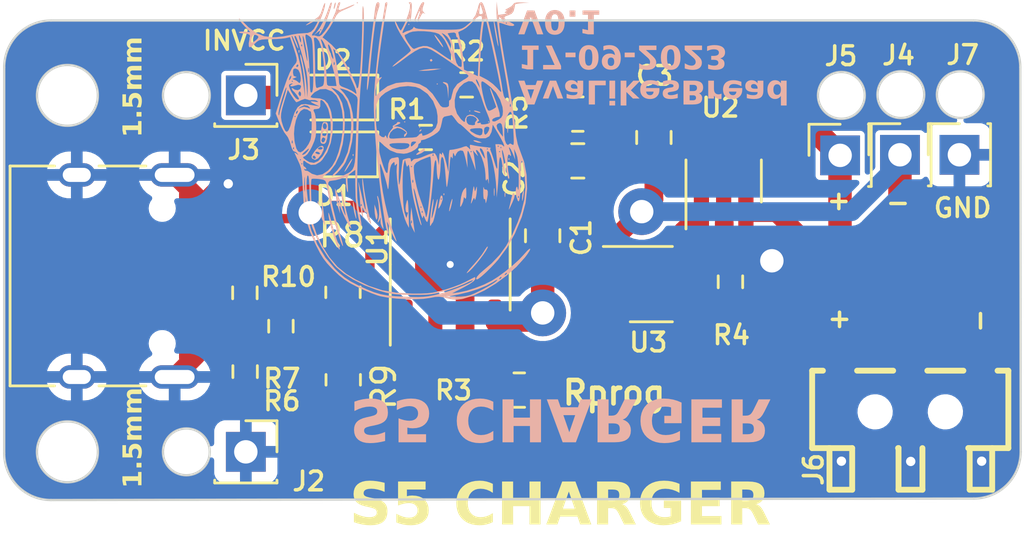
<source format=kicad_pcb>
(kicad_pcb (version 20221018) (generator pcbnew)
  (layers (0 "F.Cu" signal) (31 "B.Cu" signal) (34 "B.Paste" user) (35 "F.Paste" user) (36 "B.SilkS" user "B.Silkscreen") (37 "F.SilkS" user "F.Silkscreen") (38 "B.Mask" user) (39 "F.Mask" user) (44 "Edge.Cuts" user))
  (net 0 "")
  (net 1 "BAT+")
  (net 2 "Net-(U2-VCC)")
  (net 3 "Net-(D1-K)")
  (net 4 "GND")
  (net 5 "VIN")
  (net 6 "Net-(D2-K)")
  (net 7 "Net-(U1-~{CHRG})")
  (net 8 "Net-(U1-~{STDBY})")
  (net 9 "Net-(U1-PROG)")
  (net 10 "BAT-")
  (net 11 "Net-(U2-CS)")
  (net 14 "/G2")
  (net 15 "/G1")
  (net 17 "TEMP")
  (net 18 "Net-(J8-CC2)")
  (net 19 "Net-(J8-CC1)")
  (net 22 "Net-(J8-D+-PadA6)")
  (net 23 "Net-(J8-D--PadA7)")
  (footprint "Resistor_SMD:R_0603_1608Metric_Pad0.98x0.95mm_HandSolder" (layer "F.Cu") (at 168.02 84.17 90)
    (fp_text reference "R4" (at -2.28 0.04 180) (layer "F.SilkS") (effects (font (size 0.8 0.8))))
    (fp_text value "1k" hide)
    (pad "1" smd roundrect (at -0.9125 0 90) (size 0.975 0.95) (layers "F.Cu" "F.Paste" "F.Mask") (net 4 "GND"))
    (pad "2" smd roundrect (at 0.9125 0 90) (size 0.975 0.95) (layers "F.Cu" "F.Paste" "F.Mask") (net 11 "Net-(U2-CS)"))
  )
  (footprint "Connector_PinSocket_2.54mm:PinSocket_1x01_P2.54mm_Vertical" (layer "F.Cu") (at 147.32 76.2)
    (fp_text reference "J3" (at -0.09 2.33 180) (layer "F.SilkS") (effects (font (size 0.8 0.8))))
    (fp_text value "Conn_01x01_Female" hide)
    (pad "1" thru_hole rect (at 0 0) (size 1.7 1.7) (drill 1) (layers "*.Cu" "*.Mask") (net 5 "VIN"))
  )
  (footprint "Resistor_SMD:R_0805_2012Metric_Pad1.20x1.40mm_HandSolder" (layer "F.Cu") (at 161.5 77)
    (fp_text reference "R5" (at -2.58 -0.04 90) (layer "F.SilkS") (effects (font (size 0.8 0.8))))
    (fp_text value "100" hide)
    (pad "1" smd roundrect (at -1 0) (size 1.2 1.4) (layers "F.Cu" "F.Paste" "F.Mask") (roundrect_rratio 0.2083333333) (net 1 "BAT+"))
    (pad "2" smd roundrect (at 1 0) (size 1.2 1.4) (layers "F.Cu" "F.Paste" "F.Mask") (roundrect_rratio 0.2083333333) (net 2 "Net-(U2-VCC)"))
  )
  (footprint "Package_SO:SOIC-8-1EP_3.9x4.9mm_P1.27mm_EP2.29x3mm" (layer "F.Cu") (at 156.05 83.43 90)
    (fp_text reference "U1" (at 0.74 -3.11 90) (layer "F.SilkS") (effects (font (size 0.8 0.8))))
    (fp_text value "TP4056" hide)
    (pad "1" smd roundrect (at -2.475 -1.905 90) (size 1.95 0.6) (layers "F.Cu" "F.Paste" "F.Mask") (net 17 "TEMP"))
    (pad "2" smd roundrect (at -2.475 -0.635 90) (size 1.95 0.6) (layers "F.Cu" "F.Paste" "F.Mask") (net 9 "Net-(U1-PROG)"))
    (pad "3" smd roundrect (at -2.475 0.635 90) (size 1.95 0.6) (layers "F.Cu" "F.Paste" "F.Mask") (net 4 "GND"))
    (pad "4" smd roundrect (at -2.475 1.905 90) (size 1.95 0.6) (layers "F.Cu" "F.Paste" "F.Mask") (net 5 "VIN"))
    (pad "5" smd roundrect (at 2.475 1.905 90) (size 1.95 0.6) (layers "F.Cu" "F.Paste" "F.Mask") (net 1 "BAT+"))
    (pad "6" smd roundrect (at 2.475 0.635 90) (size 1.95 0.6) (layers "F.Cu" "F.Paste" "F.Mask") (net 8 "Net-(U1-~{STDBY})"))
    (pad "7" smd roundrect (at 2.475 -0.635 90) (size 1.95 0.6) (layers "F.Cu" "F.Paste" "F.Mask") (net 7 "Net-(U1-~{CHRG})"))
    (pad "8" smd roundrect (at 2.475 -1.905 90) (size 1.95 0.6) (layers "F.Cu" "F.Paste" "F.Mask") (net 5 "VIN"))
    (pad "9" smd rect (at 0 0 90) (size 2.29 3) (layers "F.Cu" "F.Mask") (net 4 "GND"))
  )
  (footprint "Resistor_SMD:R_0603_1608Metric_Pad0.98x0.95mm_HandSolder" (layer "F.Cu") (at 156.75 75.75)
    (fp_text reference "R2" (at 0 -1.43) (layer "F.SilkS") (effects (font (size 0.8 0.8))))
    (fp_text value "1k" hide)
    (pad "1" smd roundrect (at -0.9125 0) (size 0.975 0.95) (layers "F.Cu" "F.Paste" "F.Mask") (net 6 "Net-(D2-K)"))
    (pad "2" smd roundrect (at 0.9125 0) (size 0.975 0.95) (layers "F.Cu" "F.Paste" "F.Mask") (net 8 "Net-(U1-~{STDBY})"))
  )
  (footprint "Connector_PinSocket_2.54mm:PinSocket_1x01_P2.54mm_Vertical" (layer "F.Cu") (at 177.8 78.74 90)
    (fp_text reference "J7" (at 4.27 0.14 180) (layer "F.SilkS") (effects (font (size 0.8 0.8))))
    (fp_text value "Conn_01x01_Female" hide)
    (pad "1" thru_hole rect (at 0 0 90) (size 1.7 1.7) (drill 1) (layers "*.Cu" "*.Mask") (net 4 "GND"))
  )
  (footprint "Capacitor_SMD:C_0805_2012Metric_Pad1.18x1.45mm_HandSolder" (layer "F.Cu") (at 161.5 79)
    (fp_text reference "C2" (at -2.7125 0.755 90) (layer "F.SilkS") (effects (font (size 0.8 0.8))))
    (fp_text value "10uF" hide)
    (pad "1" smd roundrect (at -1.0375 0) (size 1.175 1.45) (layers "F.Cu" "F.Paste" "F.Mask") (roundrect_rratio 0.2127659574) (net 1 "BAT+"))
    (pad "2" smd roundrect (at 1.0375 0) (size 1.175 1.45) (layers "F.Cu" "F.Paste" "F.Mask") (roundrect_rratio 0.2127659574) (net 4 "GND"))
  )
  (footprint "Resistor_SMD:R_0603_1608Metric_Pad0.98x0.95mm_HandSolder" (layer "F.Cu") (at 148.82 86.0675 -90)
    (fp_text reference "R7" (at 2.24 -0.04 -180) (layer "F.SilkS") (effects (font (size 0.8 0.8))))
    (fp_text value "5.1k" hide)
    (pad "1" smd roundrect (at -0.9125 0 270) (size 0.975 0.95) (layers "F.Cu" "F.Paste" "F.Mask") (net 19 "Net-(J8-CC1)"))
    (pad "2" smd roundrect (at 0.9125 0 270) (size 0.975 0.95) (layers "F.Cu" "F.Paste" "F.Mask") (net 4 "GND"))
  )
  (footprint "LED_SMD:LED_0805_2012Metric_Pad1.15x1.40mm_HandSolder" (layer "F.Cu") (at 151.0975 76.29 180)
    (fp_text reference "D2" (at 0.05 1.6) (layer "F.SilkS") (effects (font (size 0.8 0.8))))
    (fp_text value "GREEN" hide)
    (pad "1" smd roundrect (at -1.025 0 180) (size 1.15 1.4) (layers "F.Cu" "F.Paste" "F.Mask") (roundrect_rratio 0.2173913043) (net 6 "Net-(D2-K)"))
    (pad "2" smd roundrect (at 1.025 0 180) (size 1.15 1.4) (layers "F.Cu" "F.Paste" "F.Mask") (roundrect_rratio 0.2173913043) (net 5 "VIN"))
  )
  (footprint "Resistor_SMD:R_0603_1608Metric_Pad0.98x0.95mm_HandSolder" (layer "F.Cu") (at 147.29 88.01 -90)
    (fp_text reference "R6" (at 1.2625 -1.57 -180) (layer "F.SilkS") (effects (font (size 0.8 0.8))))
    (fp_text value "5.1k" hide)
    (pad "1" smd roundrect (at -0.9125 0 270) (size 0.975 0.95) (layers "F.Cu" "F.Paste" "F.Mask") (net 18 "Net-(J8-CC2)"))
    (pad "2" smd roundrect (at 0.9125 0 270) (size 0.975 0.95) (layers "F.Cu" "F.Paste" "F.Mask") (net 4 "GND"))
  )
  (footprint "Capacitor_SMD:C_0805_2012Metric_Pad1.18x1.45mm_HandSolder" (layer "F.Cu") (at 160 82.2 90)
    (fp_text reference "C1" (at -0.08 1.65 90) (layer "F.SilkS") (effects (font (size 0.8 0.8))))
    (fp_text value "0.1uF" hide)
    (pad "1" smd roundrect (at -1.0375 0 90) (size 1.175 1.45) (layers "F.Cu" "F.Paste" "F.Mask") (roundrect_rratio 0.2127659574) (net 5 "VIN"))
    (pad "2" smd roundrect (at 1.0375 0 90) (size 1.175 1.45) (layers "F.Cu" "F.Paste" "F.Mask") (roundrect_rratio 0.2127659574) (net 4 "GND"))
  )
  (footprint "Resistor_SMD:R_0603_1608Metric_Pad0.98x0.95mm_HandSolder" (layer "F.Cu") (at 155 78)
    (fp_text reference "R1" (at -0.8 -1.2) (layer "F.SilkS") (effects (font (size 0.8 0.8))))
    (fp_text value "1k" hide)
    (pad "1" smd roundrect (at -0.9125 0) (size 0.975 0.95) (layers "F.Cu" "F.Paste" "F.Mask") (net 3 "Net-(D1-K)"))
    (pad "2" smd roundrect (at 0.9125 0) (size 0.975 0.95) (layers "F.Cu" "F.Paste" "F.Mask") (net 7 "Net-(U1-~{CHRG})"))
  )
  (footprint "Connector_USB:USB_C_Receptacle_HRO_TYPE-C-31-M-12" (layer "F.Cu") (at 141.15 83.92 -90)
    (fp_text reference "J8" hide)
    (fp_text value "USB_C_Receptacle_USB2.0" hide)
    (pad "" np_thru_hole circle (at -2.89 -2.6 270) (size 0.65 0.65) (drill 0.65) (layers "*.Cu" "*.Mask"))
    (pad "" np_thru_hole circle (at 2.89 -2.6 270) (size 0.65 0.65) (drill 0.65) (layers "*.Cu" "*.Mask"))
    (pad "A1" smd rect (at -3.25 -4.045 270) (size 0.6 1.45) (layers "F.Cu" "F.Paste" "F.Mask") (net 4 "GND"))
    (pad "A4" smd rect (at -2.45 -4.045 270) (size 0.6 1.45) (layers "F.Cu" "F.Paste" "F.Mask") (net 5 "VIN"))
    (pad "A5" smd rect (at -1.25 -4.045 270) (size 0.3 1.45) (layers "F.Cu" "F.Paste" "F.Mask") (net 19 "Net-(J8-CC1)"))
    (pad "A6" smd rect (at -0.25 -4.045 270) (size 0.3 1.45) (layers "F.Cu" "F.Paste" "F.Mask") (net 22 "Net-(J8-D+-PadA6)"))
    (pad "A7" smd rect (at 0.25 -4.045 270) (size 0.3 1.45) (layers "F.Cu" "F.Paste" "F.Mask") (net 23 "Net-(J8-D--PadA7)"))
    (pad "A8" smd rect (at 1.25 -4.045 270) (size 0.3 1.45) (layers "F.Cu" "F.Paste" "F.Mask"))
    (pad "A9" smd rect (at 2.45 -4.045 270) (size 0.6 1.45) (layers "F.Cu" "F.Paste" "F.Mask") (net 5 "VIN"))
    (pad "A12" smd rect (at 3.25 -4.045 270) (size 0.6 1.45) (layers "F.Cu" "F.Paste" "F.Mask") (net 4 "GND"))
    (pad "B1" smd rect (at 3.25 -4.045 270) (size 0.6 1.45) (layers "F.Cu" "F.Paste" "F.Mask") (net 4 "GND"))
    (pad "B4" smd rect (at 2.45 -4.045 270) (size 0.6 1.45) (layers "F.Cu" "F.Paste" "F.Mask") (net 5 "VIN"))
    (pad "B5" smd rect (at 1.75 -4.045 270) (size 0.3 1.45) (layers "F.Cu" "F.Paste" "F.Mask") (net 18 "Net-(J8-CC2)"))
    (pad "B6" smd rect (at 0.75 -4.045 270) (size 0.3 1.45) (layers "F.Cu" "F.Paste" "F.Mask") (net 22 "Net-(J8-D+-PadA6)"))
    (pad "B7" smd rect (at -0.75 -4.045 270) (size 0.3 1.45) (layers "F.Cu" "F.Paste" "F.Mask") (net 23 "Net-(J8-D--PadA7)"))
    (pad "B8" smd rect (at -1.75 -4.045 270) (size 0.3 1.45) (layers "F.Cu" "F.Paste" "F.Mask"))
    (pad "B9" smd rect (at -2.45 -4.045 270) (size 0.6 1.45) (layers "F.Cu" "F.Paste" "F.Mask") (net 5 "VIN"))
    (pad "B12" smd rect (at -3.25 -4.045 270) (size 0.6 1.45) (layers "F.Cu" "F.Paste" "F.Mask") (net 4 "GND"))
    (pad "S1" thru_hole oval (at -4.32 -3.13 270) (size 1 2.1) (drill oval 0.6 1.7) (layers "*.Cu" "*.Mask") (net 4 "GND"))
    (pad "S1" thru_hole oval (at -4.32 1.05 270) (size 1 1.6) (drill oval 0.6 1.2) (layers "*.Cu" "*.Mask") (net 4 "GND"))
    (pad "S1" thru_hole oval (at 4.32 -3.13 270) (size 1 2.1) (drill oval 0.6 1.7) (layers "*.Cu" "*.Mask") (net 4 "GND"))
    (pad "S1" thru_hole oval (at 4.32 1.05 270) (size 1 1.6) (drill oval 0.6 1.2) (layers "*.Cu" "*.Mask") (net 4 "GND"))
  )
  (footprint "Package_TO_SOT_SMD:SOT-23-6_Handsoldering" (layer "F.Cu") (at 164.64 84.27)
    (fp_text reference "U3" (at -0.13 2.49) (layer "F.SilkS") (effects (font (size 0.8 0.8))))
    (fp_text value "FS8205A" hide)
    (pad "1" smd rect (at -1.35 -0.95) (size 1.56 0.65) (layers "F.Cu" "F.Paste" "F.Mask") (net 10 "BAT-"))
    (pad "2" smd rect (at -1.35 0) (size 1.56 0.65) (layers "F.Cu" "F.Paste" "F.Mask"))
    (pad "3" smd rect (at -1.35 0.95) (size 1.56 0.65) (layers "F.Cu" "F.Paste" "F.Mask") (net 4 "GND"))
    (pad "4" smd rect (at 1.35 0.95) (size 1.56 0.65) (layers "F.Cu" "F.Paste" "F.Mask") (net 14 "/G2"))
    (pad "5" smd rect (at 1.35 0) (size 1.56 0.65) (layers "F.Cu" "F.Paste" "F.Mask"))
    (pad "6" smd rect (at 1.35 -0.95) (size 1.56 0.65) (layers "F.Cu" "F.Paste" "F.Mask") (net 15 "/G1"))
  )
  (footprint "Resistor_SMD:R_0603_1608Metric_Pad0.98x0.95mm_HandSolder" (layer "F.Cu") (at 147.28 84.64 90)
    (fp_text reference "R10" (at 0.6825 1.86 180) (layer "F.SilkS") (effects (font (size 0.8 0.8))))
    (fp_text value "1k" hide)
    (pad "1" smd roundrect (at -0.9125 0 90) (size 0.975 0.95) (layers "F.Cu" "F.Paste" "F.Mask") (net 22 "Net-(J8-D+-PadA6)"))
    (pad "2" smd roundrect (at 0.9125 0 90) (size 0.975 0.95) (layers "F.Cu" "F.Paste" "F.Mask") (net 23 "Net-(J8-D--PadA7)"))
  )
  (footprint "Capacitor_SMD:C_0805_2012Metric_Pad1.18x1.45mm_HandSolder" (layer "F.Cu") (at 164.75 78 -90)
    (fp_text reference "C3" (at -2.64 -0.03) (layer "F.SilkS") (effects (font (size 0.8 0.8))))
    (fp_text value "0.1uF" hide)
    (pad "1" smd roundrect (at -1.0375 0 270) (size 1.175 1.45) (layers "F.Cu" "F.Paste" "F.Mask") (roundrect_rratio 0.2127659574) (net 2 "Net-(U2-VCC)"))
    (pad "2" smd roundrect (at 1.0375 0 270) (size 1.175 1.45) (layers "F.Cu" "F.Paste" "F.Mask") (roundrect_rratio 0.2127659574) (net 10 "BAT-"))
  )
  (footprint "Connector_PinSocket_2.54mm:PinSocket_1x01_P2.54mm_Vertical" (layer "F.Cu") (at 175.26 78.74 90)
    (fp_text reference "J4" (at 4.25 -0.06 180) (layer "F.SilkS") (effects (font (size 0.8 0.8))))
    (fp_text value "Conn_01x01_Female" hide)
    (pad "1" thru_hole rect (at 0 0 90) (size 1.7 1.7) (drill 1) (layers "*.Cu" "*.Mask") (net 10 "BAT-"))
  )
  (footprint "Connector_PinSocket_2.54mm:PinSocket_1x01_P2.54mm_Vertical" (layer "F.Cu") (at 147.32 91.44)
    (fp_text reference "J2" (at 2.69 1.26) (layer "F.SilkS") (effects (font (size 0.8 0.8))))
    (fp_text value "Conn_01x01_Female" hide)
    (pad "1" thru_hole rect (at 0 0) (size 1.7 1.7) (drill 1) (layers "*.Cu" "*.Mask") (net 4 "GND"))
  )
  (footprint "Resistor_SMD:R_0805_2012Metric_Pad1.20x1.40mm_HandSolder" (layer "F.Cu") (at 151.47 84.62 90)
    (fp_text reference "R8" (at 2.44 -0.04 180) (layer "F.SilkS"))
    (fp_text value "10k" hide)
    (pad "1" smd roundrect (at -1 0 90) (size 1.2 1.4) (layers "F.Cu" "F.Paste" "F.Mask") (roundrect_rratio 0.2083333333) (net 17 "TEMP"))
    (pad "2" smd roundrect (at 1 0 90) (size 1.2 1.4) (layers "F.Cu" "F.Paste" "F.Mask") (roundrect_rratio 0.2083333333) (net 4 "GND"))
  )
  (footprint "Resistor_SMD:R_0805_2012Metric_Pad1.20x1.40mm_HandSolder" (layer "F.Cu") (at 151.48 88.36 90)
    (fp_text reference "R9" (at -0.3 1.73 90) (layer "F.SilkS"))
    (fp_text value "10k" hide)
    (pad "1" smd roundrect (at -1 0 90) (size 1.2 1.4) (layers "F.Cu" "F.Paste" "F.Mask") (roundrect_rratio 0.2083333333) (net 5 "VIN"))
    (pad "2" smd roundrect (at 1 0 90) (size 1.2 1.4) (layers "F.Cu" "F.Paste" "F.Mask") (roundrect_rratio 0.2083333333) (net 17 "TEMP"))
  )
  (footprint "BatteryHolder:CONN-SMD_BC-4-3PD" (layer "F.Cu") (at 175.7 89.63)
    (fp_text reference "J6" (at -4.13 2.56 90) (layer "F.SilkS") (effects (font (size 0.8 0.8))))
    (fp_text value "Conn_01x03_MountingPin" hide)
    (pad "" np_thru_hole circle (at -1.5 0.1) (size 1 1) (drill 1) (layers "F&B.Cu" "*.Mask"))
    (pad "" np_thru_hole circle (at 1.5 0.1) (size 1 1) (drill 1) (layers "F&B.Cu" "*.Mask"))
    (pad "1" smd rect (at -3 -2.18) (size 1 1.5) (layers "F.Cu" "F.Paste" "F.Mask") (net 1 "BAT+"))
    (pad "2" smd rect (at 0 -2.18) (size 1 1.5) (layers "F.Cu" "F.Paste" "F.Mask") (net 17 "TEMP"))
    (pad "3" smd rect (at 3 -2.18) (size 1 1.5) (layers "F.Cu" "F.Paste" "F.Mask") (net 10 "BAT-"))
    (pad "MP" smd rect (at -1.5 2.18) (size 1.5 2) (layers "F.Cu" "F.Paste" "F.Mask") (net 4 "GND"))
    (pad "MP" smd rect (at 1.5 2.18) (size 1.5 2) (layers "F.Cu" "F.Paste" "F.Mask") (net 4 "GND"))
  )
  (footprint "LED_SMD:LED_0805_2012Metric_Pad1.15x1.40mm_HandSolder" (layer "F.Cu") (at 151.0975 78.722 180)
    (fp_text reference "D1" (at 0 -1.778 180) (layer "F.SilkS") (effects (font (size 0.8 0.8))))
    (fp_text value "RED" hide)
    (pad "1" smd roundrect (at -1.025 0 180) (size 1.15 1.4) (layers "F.Cu" "F.Paste" "F.Mask") (roundrect_rratio 0.2173913043) (net 3 "Net-(D1-K)"))
    (pad "2" smd roundrect (at 1.025 0 180) (size 1.15 1.4) (layers "F.Cu" "F.Paste" "F.Mask") (roundrect_rratio 0.2173913043) (net 5 "VIN"))
  )
  (footprint "Resistor_SMD:R_0805_2012Metric_Pad1.20x1.40mm_HandSolder" (layer "F.Cu") (at 159 88.8)
    (fp_text reference "R3" (at -2.81 0.01) (layer "F.SilkS") (effects (font (size 0.8 0.8))))
    (fp_text value "10k" hide)
    (pad "1" smd roundrect (at -1 0) (size 1.2 1.4) (layers "F.Cu" "F.Paste" "F.Mask") (roundrect_rratio 0.2083333333) (net 9 "Net-(U1-PROG)"))
    (pad "2" smd roundrect (at 1 0) (size 1.2 1.4) (layers "F.Cu" "F.Paste" "F.Mask") (roundrect_rratio 0.2083333333) (net 4 "GND"))
  )
  (footprint "Connector_PinSocket_2.54mm:PinSocket_1x01_P2.54mm_Vertical" (layer "F.Cu") (at 172.705 78.765 90)
    (fp_text reference "J5" (at 4.245 0.035 180) (layer "F.SilkS") (effects (font (size 0.8 0.8))))
    (fp_text value "Conn_01x01_Female" hide)
    (pad "1" thru_hole rect (at 0 0 90) (size 1.7 1.7) (drill 1) (layers "*.Cu" "*.Mask") (net 1 "BAT+"))
  )
  (footprint "Package_TO_SOT_SMD:SOT-23-6_Handsoldering" (layer "F.Cu") (at 167.73 79.86 90)
    (fp_text reference "U2" (at 3.14 -0.14) (layer "F.SilkS") (effects (font (size 0.8 0.8))))
    (fp_text value "DW01" hide)
    (pad "1" smd rect (at -1.35 -0.95 90) (size 1.56 0.65) (layers "F.Cu" "F.Paste" "F.Mask") (net 15 "/G1"))
    (pad "2" smd rect (at -1.35 0 90) (size 1.56 0.65) (layers "F.Cu" "F.Paste" "F.Mask") (net 11 "Net-(U2-CS)"))
    (pad "3" smd rect (at -1.35 0.95 90) (size 1.56 0.65) (layers "F.Cu" "F.Paste" "F.Mask") (net 14 "/G2"))
    (pad "4" smd rect (at 1.35 0.95 90) (size 1.56 0.65) (layers "F.Cu" "F.Paste" "F.Mask"))
    (pad "5" smd rect (at 1.35 0 90) (size 1.56 0.65) (layers "F.Cu" "F.Paste" "F.Mask") (net 2 "Net-(U2-VCC)"))
    (pad "6" smd rect (at 1.35 -0.95 90) (size 1.56 0.65) (layers "F.Cu" "F.Paste" "F.Mask") (net 10 "BAT-"))
  )
  (footprint "LOGO" (layer "B.Cu") (at 153.5 78.75)
    (fp_text reference "G***" hide)
    (fp_text value "LOGO" hide)
  )
  (gr_arc (start 137 75) (mid 137.585786 73.585786) (end 139 73) (stroke (width 0.1)) (layer "Edge.Cuts"))
  (gr_line (start 139 93.5) (end 178.415786 93.435786) (stroke (width 0.1)) (layer "Edge.Cuts"))
  (gr_line (start 137 91.5) (end 137 75) (stroke (width 0.1)) (layer "Edge.Cuts"))
  (gr_circle (center 177.838 76.168) (end 178.838 76.168) (stroke (width 0.1)) (fill none) (layer "Edge.Cuts"))
  (gr_line (start 139 73) (end 178.4 73) (stroke (width 0.1)) (layer "Edge.Cuts"))
  (gr_circle (center 175.298 76.168) (end 176.298 76.168) (stroke (width 0.1)) (fill none) (layer "Edge.Cuts"))
  (gr_circle (center 144.78 91.44) (end 145.78 91.44) (stroke (width 0.1)) (fill none) (layer "Edge.Cuts"))
  (gr_arc (start 178.4 73) (mid 179.814214 73.585786) (end 180.4 75) (stroke (width 0.1)) (layer "Edge.Cuts"))
  (gr_arc (start 139 93.5) (mid 137.585782 92.914218) (end 137 91.5) (stroke (width 0.1)) (layer "Edge.Cuts"))
  (gr_arc (start 180.415786 91.435786) (mid 179.83 92.85) (end 178.415786 93.435786) (stroke (width 0.1)) (layer "Edge.Cuts"))
  (gr_circle (center 139.7 76.2) (end 141 76.2) (stroke (width 0.1)) (fill none) (layer "Edge.Cuts"))
  (gr_circle (center 144.78 76.2) (end 145.78 76.2) (stroke (width 0.1)) (fill none) (layer "Edge.Cuts"))
  (gr_circle (center 139.7 91.44) (end 141 91.5) (stroke (width 0.1)) (fill none) (layer "Edge.Cuts"))
  (gr_circle (center 172.758 76.2) (end 173.758 76.2) (stroke (width 0.1)) (fill none) (layer "Edge.Cuts"))
  (gr_line (start 180.4 75) (end 180.415786 91.435786) (stroke (width 0.1)) (layer "Edge.Cuts"))
  (gr_text "AvaLikesBread\n" (at 158.95 75.4 180) (layer "B.SilkS") (effects (font (size 1 1) (thickness 0.2) bold) (justify left bottom mirror)))
  (gr_text "17-09-2023" (at 158.95 73.9 180) (layer "B.SilkS") (effects (font (size 1 1) (thickness 0.2) bold) (justify left bottom mirror)))
  (gr_text "S5 CHARGER" (at 160.77 88.89 180) (layer "B.SilkS") (effects (font (size 1.8 1.8) (thickness 0.36) bold) (justify bottom mirror)))
  (gr_text "V0.1\n" (at 158.95 72.4 180) (layer "B.SilkS") (effects (font (size 1 1) (thickness 0.2) bold) (justify left bottom mirror)))
  (gr_text "-" (at 175.77 80.41 180) (layer "F.SilkS") (effects (font (size 0.8 0.8) (thickness 0.15) bold) (justify left bottom)))
  (gr_text "INVCC" (at 147.25 73.86) (layer "F.SilkS") (effects (font (size 0.8 0.8))))
  (gr_text "-" (at 178.29 85.24 -90) (layer "F.SilkS") (effects (font (size 0.8 0.8) (thickness 0.15) bold) (justify left bottom)))
  (gr_text "GND" (at 176.62 81.48) (layer "F.SilkS") (effects (font (size 0.8 0.8) (thickness 0.15) bold) (justify left bottom)))
  (gr_text "+\n" (at 173.06 81.33 90) (layer "F.SilkS") (effects (font (size 0.8 0.8) (thickness 0.15) bold) (justify left bottom)))
  (gr_text "+\n" (at 173.09 86.37 90) (layer "F.SilkS") (effects (font (size 0.8 0.8) (thickness 0.15) bold) (justify left bottom)))
  (gr_text "1.5mm" (at 143 78 90) (layer "F.SilkS") (effects (font (size 0.8 0.8) (thickness 0.1) bold) (justify left bottom)))
  (gr_text "1.5mm" (at 143 93 90) (layer "F.SilkS") (effects (font (size 0.8 0.8) (thickness 0.1) bold) (justify left bottom)))
  (gr_text "Rprog" (at 160.75 89.5) (layer "F.SilkS") (effects (font (size 1 1) (thickness 0.2) bold) (justify left bottom)))
  (gr_text "S5 CHARGER" (at 160.75 94.85) (layer "F.SilkS") (effects (font (size 1.8 1.8) (thickness 0.36) bold) (justify bottom)))
  (segment (start 172.705 78.765) (end 172.96 79.02) (width 1) (layer "F.Cu") (net 1))
  (segment (start 159.91 79) (end 160.4625 79) (width 0.8) (layer "F.Cu") (net 1))
  (segment (start 160.4625 79) (end 160.4625 77.0375) (width 0.8) (layer "F.Cu") (net 1))
  (segment (start 160.4625 77.0375) (end 160.5 77) (width 0.8) (layer "F.Cu") (net 1))
  (segment (start 169.02 75.08) (end 161.72 75.08) (width 1) (layer "F.Cu") (net 1))
  (segment (start 160.5 76.3) (end 160.5 77) (width 1) (layer "F.Cu") (net 1))
  (segment (start 172.7 87.45) (end 172.7 78.77) (width 1) (layer "F.Cu") (net 1))
  (segment (start 172.7 78.77) (end 172.705 78.765) (width 1) (layer "F.Cu") (net 1))
  (segment (start 157.955 80.955) (end 159.91 79) (width 0.8) (layer "F.Cu") (net 1))
  (segment (start 161.72 75.08) (end 160.5 76.3) (width 1) (layer "F.Cu") (net 1))
  (segment (start 172.705 78.765) (end 169.02 75.08) (width 1) (layer "F.Cu") (net 1))
  (segment (start 167.5375 76.9625) (end 164.75 76.9625) (width 0.8) (layer "F.Cu") (net 2))
  (segment (start 167.73 78.51) (end 167.73 77.155) (width 0.8) (layer "F.Cu") (net 2))
  (segment (start 162.5 77) (end 164.7125 77) (width 0.8) (layer "F.Cu") (net 2))
  (segment (start 167.73 77.155) (end 167.5375 76.9625) (width 0.8) (layer "F.Cu") (net 2))
  (segment (start 164.7125 77) (end 164.75 76.9625) (width 0.8) (layer "F.Cu") (net 2))
  (segment (start 153.3655 78.722) (end 154.0875 78) (width 1) (layer "F.Cu") (net 3))
  (segment (start 152.1225 78.722) (end 153.3655 78.722) (width 1) (layer "F.Cu") (net 3))
  (segment (start 145.195 80.67) (end 145.195 80.515) (width 0.5) (layer "F.Cu") (net 4))
  (segment (start 147.29 88.9225) (end 148.2775 88.9225) (width 0.4) (layer "F.Cu") (net 4))
  (segment (start 175.71 91.84) (end 172.76 91.84) (width 0.5) (layer "F.Cu") (net 4))
  (segment (start 176.83 91.84) (end 176.82 91.85) (width 0.5) (layer "F.Cu") (net 4))
  (segment (start 145.195 87.17) (end 145.195 87.325) (width 0.5) (layer "F.Cu") (net 4))
  (segment (start 156.685 84.065) (end 156.05 83.43) (width 0.8) (layer "F.Cu") (net 4))
  (segment (start 148.82 86.98) (end 149.695 86.105) (width 0.4) (layer "F.Cu") (net 4))
  (segment (start 169.788629 83.313871) (end 168.02 85.0825) (width 0.8) (layer "F.Cu") (net 4))
  (segment (start 176.82 91.85) (end 175.72 91.85) (width 0.5) (layer "F.Cu") (net 4))
  (segment (start 148.2775 88.9225) (end 148.82 88.38) (width 0.4) (layer "F.Cu") (net 4))
  (segment (start 157.285001 87.48) (end 159.28 87.48) (width 0.8) (layer "F.Cu") (net 4))
  (segment (start 160 88.51) (end 163.29 85.22) (width 0.8) (layer "F.Cu") (net 4))
  (segment (start 145.66 80.67) (end 145.25 80.67) (width 0.25) (layer "F.Cu") (net 4))
  (segment (start 157.7325 83.43) (end 160 81.1625) (width 0.8) (layer "F.Cu") (net 4))
  (segment (start 149.695 84.695) (end 150.77 83.62) (width 0.4) (layer "F.Cu") (net 4))
  (segment (start 159.28 87.48) (end 160 88.2) (width 0.8) (layer "F.Cu") (net 4))
  (segment (start 178.75 91.84) (end 176.83 91.84) (width 0.5) (layer "F.Cu") (net 4))
  (segment (start 145.8 80.53) (end 145.66 80.67) (width 0.25) (layer "F.Cu") (net 4))
  (segment (start 145.8 80.53) (end 146.35 79.98) (width 0.8) (layer "F.Cu") (net 4))
  (segment (start 147.32 88.9525) (end 147.29 88.9225) (width 0.4) (layer "F.Cu") (net 4))
  (segment (start 156.685 86.879999) (end 157.285001 87.48) (width 0.8) (layer "F.Cu") (net 4))
  (segment (start 150.77 83.62) (end 151.47 83.62) (width 0.4) (layer "F.Cu") (net 4))
  (segment (start 160.375 81.1625) (end 160 81.1625) (width 0.8) (layer "F.Cu") (net 4))
  (segment (start 175.72 91.85) (end 175.71 91.84) (width 0.5) (layer "F.Cu") (net 4))
  (segment (start 156.685 85.905) (end 156.685 86.879999) (width 0.8) (layer "F.Cu") (net 4))
  (segment (start 148.82 88.38) (end 148.82 86.98) (width 0.4) (layer "F.Cu") (net 4))
  (segment (start 149.695 86.105) (end 149.695 84.695) (width 0.4) (layer "F.Cu") (net 4))
  (segment (start 160 88.8) (end 160 88.51) (width 0.8) (layer "F.Cu") (net 4))
  (segment (start 159.91 88.11) (end 160 88.2) (width 0.8) (layer "F.Cu") (net 4))
  (segment (start 145.195 87.325) (end 144.28 88.24) (width 0.8) (layer "F.Cu") (net 4))
  (segment (start 156.05 83.43) (end 157.7325 83.43) (width 0.8) (layer "F.Cu") (net 4))
  (segment (start 160 88.2) (end 160 88.8) (width 0.8) (layer "F.Cu") (net 4))
  (segment (start 147.32 91.44) (end 147.32 88.9525) (width 0.4) (layer "F.Cu") (net 4))
  (segment (start 162.5375 79) (end 160.375 81.1625) (width 0.8) (layer "F.Cu") (net 4))
  (segment (start 156.685 85.905) (end 156.685 84.065) (width 0.8) (layer "F.Cu") (net 4))
  (segment (start 145.195 80.515) (end 144.28 79.6) (width 0.8) (layer "F.Cu") (net 4))
  (segment (start 169.788629 83.271371) (end 169.788629 83.313871) (width 0.8) (layer "F.Cu") (net 4))
  (segment (start 146.35 79.98) (end 146.57 79.98) (width 0.8) (layer "F.Cu") (net 4))
  (via (at 178.75 91.84) (size 0.8) (drill 0.4) (layers "F.Cu" "B.Cu") (net 4))
  (via (at 146.57 79.98) (size 0.8) (drill 0.4) (layers "F.Cu" "B.Cu") (net 4))
  (via (at 175.72 91.85) (size 0.8) (drill 0.4) (layers "F.Cu" "B.Cu") (net 4))
  (via (at 156.05 83.43) (size 0.6) (drill 0.3) (layers "F.Cu" "B.Cu") (net 4))
  (via (at 172.76 91.84) (size 0.8) (drill 0.4) (layers "F.Cu" "B.Cu") (net 4))
  (via (at 169.788629 83.271371) (size 2) (drill 1) (layers "F.Cu" "B.Cu") (net 4))
  (segment (start 152.31 84.62) (end 150.743834 84.62) (width 0.4) (layer "F.Cu") (net 5))
  (segment (start 149.82 81.47) (end 145.195 81.47) (width 0.4) (layer "F.Cu") (net 5))
  (segment (start 150.0725 78.722) (end 150.0725 76.29) (width 1) (layer "F.Cu") (net 5))
  (segment (start 143.465 85.428984) (end 143.465 82.435) (width 0.4) (layer "F.Cu") (net 5))
  (segment (start 145.195 86.37) (end 144.406016 86.37) (width 0.4) (layer "F.Cu") (net 5))
  (segment (start 143.465 82.435) (end 144.43 81.47) (width 0.4) (layer "F.Cu") (net 5))
  (segment (start 144.406016 86.37) (end 143.465 85.428984) (width 0.4) (layer "F.Cu") (net 5))
  (segment (start 150.743834 84.62) (end 150.37 84.993834) (width 0.4) (layer "F.Cu") (net 5))
  (segment (start 147.41 76.29) (end 147.32 76.2) (width 1) (layer "F.Cu") (net 5))
  (segment (start 150.0725 81.2175) (end 150.0725 78.722) (width 1) (layer "F.Cu") (net 5))
  (segment (start 150.335 80.955) (end 154.145 80.955) (width 0.5) (layer "F.Cu") (net 5))
  (segment (start 159.595 85.905) (end 160 85.5) (width 0.8) (layer "F.Cu") (net 5))
  (segment (start 150.0725 76.29) (end 147.41 76.29) (width 1) (layer "F.Cu") (net 5))
  (segment (start 150.37 84.993834) (end 150.37 88.25) (width 0.4) (layer "F.Cu") (net 5))
  (segment (start 152.62 84.31) (end 152.31 84.62) (width 0.4) (layer "F.Cu") (net 5))
  (segment (start 144.43 81.47) (end 145.195 81.47) (width 0.4) (layer "F.Cu") (net 5))
  (segment (start 154.145 80.955) (end 152.62 82.48) (width 0.4) (layer "F.Cu") (net 5))
  (segment (start 157.955 85.905) (end 159.595 85.905) (width 0.8) (layer "F.Cu") (net 5))
  (segment (start 160 85.5) (end 160 83.2375) (width 1) (layer "F.Cu") (net 5))
  (segment (start 150.37 88.25) (end 151.48 89.36) (width 0.4) (layer "F.Cu") (net 5))
  (segment (start 152.62 82.48) (end 152.62 84.31) (width 0.4) (layer "F.Cu") (net 5))
  (segment (start 150.0725 81.2175) (end 150.335 80.955) (width 0.5) (layer "F.Cu") (net 5))
  (via (at 150.0725 81.2175) (size 2) (drill 1) (layers "F.Cu" "B.Cu") (net 5))
  (via (at 160 85.5) (size 2) (drill 1) (layers "F.Cu" "B.Cu") (net 5))
  (segment (start 155.715836 85.5) (end 160 85.5) (width 1) (layer "B.Cu") (net 5))
  (segment (start 150.0725 81.2175) (end 151.433336 81.2175) (width 1) (layer "B.Cu") (net 5))
  (segment (start 151.433336 81.2175) (end 155.715836 85.5) (width 1) (layer "B.Cu") (net 5))
  (segment (start 153.72 76.29) (end 154.26 75.75) (width 1) (layer "F.Cu") (net 6))
  (segment (start 154.26 75.75) (end 155.8375 75.75) (width 1) (layer "F.Cu") (net 6))
  (segment (start 152.1225 76.29) (end 153.72 76.29) (width 1) (layer "F.Cu") (net 6))
  (segment (start 155.9125 78) (end 155.415 78.4975) (width 0.8) (layer "F.Cu") (net 7))
  (segment (start 155.415 78.4975) (end 155.415 80.955) (width 0.8) (layer "F.Cu") (net 7))
  (segment (start 157.7125 75.8) (end 157.8 75.8) (width 0.5) (layer "F.Cu") (net 8))
  (segment (start 156.685 79.980001) (end 157.8 78.865001) (width 0.8) (layer "F.Cu") (net 8))
  (segment (start 157.6625 75.75) (end 157.7125 75.8) (width 0.5) (layer "F.Cu") (net 8))
  (segment (start 158.334999 78.865001) (end 159.135 78.065) (width 0.8) (layer "F.Cu") (net 8))
  (segment (start 156.685 80.955) (end 156.685 79.980001) (width 0.8) (layer "F.Cu") (net 8))
  (segment (start 157.8 75.8) (end 159.135 77.135) (width 0.8) (layer "F.Cu") (net 8))
  (segment (start 159.135 78.065) (end 159.135 77.135) (width 0.8) (layer "F.Cu") (net 8))
  (segment (start 157.8 78.865001) (end 158.334999 78.865001) (width 0.8) (layer "F.Cu") (net 8))
  (segment (start 155.415 85.905) (end 155.415 86.879999) (width 0.5) (layer "F.Cu") (net 9))
  (segment (start 155.415 86.879999) (end 157.335001 88.8) (width 0.5) (layer "F.Cu") (net 9))
  (segment (start 157.335001 88.8) (end 158 88.8) (width 0.5) (layer "F.Cu") (net 9))
  (segment (start 163.28 83.21) (end 163.28 82.12) (width 0.8) (layer "F.Cu") (net 10))
  (segment (start 166.2025 79.0375) (end 166.73 78.51) (width 0.8) (layer "F.Cu") (net 10))
  (segment (start 178.7 86.29) (end 175.26 82.85) (width 1) (layer "F.Cu") (net 10))
  (segment (start 164.75 79.0375) (end 166.2025 79.0375) (width 0.8) (layer "F.Cu") (net 10))
  (segment (start 175.2275 78.7725) (end 175.26 78.74) (width 0.8) (layer "F.Cu") (net 10))
  (segment (start 163.28 82.12) (end 164.23 81.17) (width 0.8) (layer "F.Cu") (net 10))
  (segment (start 164.75 80.65) (end 164.23 81.17) (width 0.8) (layer "F.Cu") (net 10))
  (segment (start 164.75 79.0375) (end 164.75 80.65) (width 0.8) (layer "F.Cu") (net 10))
  (segment (start 178.7 87.45) (end 178.7 86.29) (width 1) (layer "F.Cu") (net 10))
  (segment (start 175.26 82.85) (end 175.26 78.74) (width 1) (layer "F.Cu") (net 10))
  (via (at 164.23 81.17) (size 2) (drill 1) (layers "F.Cu" "B.Cu") (net 10))
  (segment (start 175.26 79.11) (end 175.26 78.74) (width 0.8) (layer "B.Cu") (net 10))
  (segment (start 164.23 81.17) (end 173.2 81.17) (width 0.8) (layer "B.Cu") (net 10))
  (segment (start 173.2 81.17) (end 175.26 79.11) (width 0.8) (layer "B.Cu") (net 10))
  (segment (start 168.02 83.2575) (end 167.755 82.9925) (width 0.8) (layer "F.Cu") (net 11))
  (segment (start 167.755 82.9925) (end 167.755 81.649214) (width 0.8) (layer "F.Cu") (net 11))
  (segment (start 169.7 86.17) (end 171.388629 84.481371) (width 0.8) (layer "F.Cu") (net 14))
  (segment (start 166.94 86.17) (end 169.7 86.17) (width 0.8) (layer "F.Cu") (net 14))
  (segment (start 169.99 81.21) (end 168.68 81.21) (width 0.8) (layer "F.Cu") (net 14))
  (segment (start 171.388629 84.481371) (end 171.388629 82.608629) (width 0.8) (layer "F.Cu") (net 14))
  (segment (start 165.99 85.22) (end 166.94 86.17) (width 0.8) (layer "F.Cu") (net 14))
  (segment (start 171.388629 82.608629) (end 169.99 81.21) (width 0.8) (layer "F.Cu") (net 14))
  (segment (start 165.99 83.32) (end 165.99 82) (width 0.8) (layer "F.Cu") (net 15))
  (segment (start 165.99 82) (end 166.78 81.21) (width 0.8) (layer "F.Cu") (net 15))
  (segment (start 156.48 90.69) (end 171.46 90.69) (width 0.5) (layer "F.Cu") (net 17))
  (segment (start 171.46 90.69) (end 174.7 87.45) (width 0.5) (layer "F.Cu") (net 17))
  (segment (start 151.47 85.62) (end 153.86 85.62) (width 0.4) (layer "F.Cu") (net 17))
  (segment (start 151.12 87.38) (end 151.13 87.39) (width 0.5) (layer "F.Cu") (net 17))
  (segment (start 153.86 85.62) (end 154.145 85.905) (width 0.4) (layer "F.Cu") (net 17))
  (segment (start 154.145 88.355) (end 156.48 90.69) (width 0.5) (layer "F.Cu") (net 17))
  (segment (start 151.48 87.36) (end 151.48 85.63) (width 0.4) (layer "F.Cu") (net 17))
  (segment (start 154.145 85.905) (end 154.145 88.355) (width 0.5) (layer "F.Cu") (net 17))
  (segment (start 174.7 87.45) (end 175.7 87.45) (width 0.5) (layer "F.Cu") (net 17))
  (segment (start 151.48 85.63) (end 151.47 85.62) (width 0.4) (layer "F.Cu") (net 17))
  (segment (start 147.29 86.98) (end 147.29 87.0975) (width 0.25) (layer "F.Cu") (net 18))
  (segment (start 145.98 85.67) (end 147.29 86.98) (width 0.25) (layer "F.Cu") (net 18))
  (segment (start 145.195 85.67) (end 145.98 85.67) (width 0.25) (layer "F.Cu") (net 18))
  (segment (start 148.82 83.26) (end 148.82 85.155) (width 0.25) (layer "F.Cu") (net 19))
  (segment (start 148.23 82.67) (end 148.82 83.26) (width 0.25) (layer "F.Cu") (net 19))
  (segment (start 145.195 82.67) (end 148.23 82.67) (width 0.25) (layer "F.Cu") (net 19))
  (segment (start 146.36 84.67) (end 146.43 84.74) (width 0.25) (layer "F.Cu") (net 22))
  (segment (start 147.2425 85.5525) (end 147.28 85.5525) (width 0.25) (layer "F.Cu") (net 22))
  (segment (start 146.43 84.74) (end 147.2425 85.5525) (width 0.25) (layer "F.Cu") (net 22))
  (segment (start 146.245 83.695) (end 146.245 84.555) (width 0.25) (layer "F.Cu") (net 22))
  (segment (start 145.195 83.67) (end 146.22 83.67) (width 0.25) (layer "F.Cu") (net 22))
  (segment (start 146.22 83.67) (end 146.245 83.695) (width 0.25) (layer "F.Cu") (net 22))
  (segment (start 146.13 84.67) (end 145.195 84.67) (width 0.25) (layer "F.Cu") (net 22))
  (segment (start 146.245 84.555) (end 146.13 84.67) (width 0.25) (layer "F.Cu") (net 22))
  (segment (start 146.13 84.67) (end 146.36 84.67) (width 0.25) (layer "F.Cu") (net 22))
  (segment (start 146.245 84.555) (end 146.43 84.74) (width 0.25) (layer "F.Cu") (net 22))
  (segment (start 145.195 83.17) (end 146.7225 83.17) (width 0.25) (layer "F.Cu") (net 23))
  (segment (start 145.17 83.195) (end 145.195 83.17) (width 0.25) (layer "F.Cu") (net 23))
  (segment (start 143.99 83.38) (end 144.2 83.17) (width 0.25) (layer "F.Cu") (net 23))
  (segment (start 144.2 83.17) (end 145.195 83.17) (width 0.25) (layer "F.Cu") (net 23))
  (segment (start 146.7225 83.17) (end 147.28 83.7275) (width 0.25) (layer "F.Cu") (net 23))
  (segment (start 144.15 84.17) (end 143.99 84.01) (width 0.25) (layer "F.Cu") (net 23))
  (segment (start 145.195 84.17) (end 144.15 84.17) (width 0.25) (layer "F.Cu") (net 23))
  (segment (start 143.99 84.01) (end 143.99 83.38) (width 0.25) (layer "F.Cu") (net 23))
  (zone (net 4) (net_name "GND") (layer "B.Cu") (connect_pads (clearance 0)) (min_thickness 0.25) (fill yes (thermal_gap 0.5) (thermal_bridge_width 0.5))
    (polygon (pts (xy 136.92 72.9) (xy 180.54 72.92) (xy 180.57 93.61) (xy 136.82 93.76)))
  )
)
</source>
